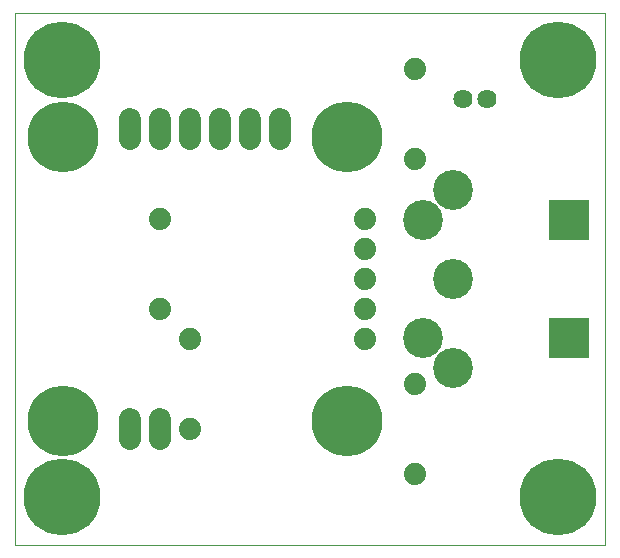
<source format=gts>
G75*
G70*
%OFA0B0*%
%FSLAX24Y24*%
%IPPOS*%
%LPD*%
%AMOC8*
5,1,8,0,0,1.08239X$1,22.5*
%
%ADD10C,0.0000*%
%ADD11C,0.0740*%
%ADD12C,0.1340*%
%ADD13C,0.2362*%
%ADD14C,0.1330*%
%ADD15R,0.1330X0.1330*%
%ADD16C,0.2559*%
%ADD17C,0.0640*%
%ADD18C,0.0740*%
D10*
X000105Y000102D02*
X000105Y017818D01*
X019790Y017818D01*
X019790Y000102D01*
X000105Y000102D01*
X001050Y001677D02*
X001052Y001727D01*
X001058Y001777D01*
X001068Y001826D01*
X001082Y001874D01*
X001099Y001921D01*
X001120Y001966D01*
X001145Y002010D01*
X001173Y002051D01*
X001205Y002090D01*
X001239Y002127D01*
X001276Y002161D01*
X001316Y002191D01*
X001358Y002218D01*
X001402Y002242D01*
X001448Y002263D01*
X001495Y002279D01*
X001543Y002292D01*
X001593Y002301D01*
X001642Y002306D01*
X001693Y002307D01*
X001743Y002304D01*
X001792Y002297D01*
X001841Y002286D01*
X001889Y002271D01*
X001935Y002253D01*
X001980Y002231D01*
X002023Y002205D01*
X002064Y002176D01*
X002103Y002144D01*
X002139Y002109D01*
X002171Y002071D01*
X002201Y002031D01*
X002228Y001988D01*
X002251Y001944D01*
X002270Y001898D01*
X002286Y001850D01*
X002298Y001801D01*
X002306Y001752D01*
X002310Y001702D01*
X002310Y001652D01*
X002306Y001602D01*
X002298Y001553D01*
X002286Y001504D01*
X002270Y001456D01*
X002251Y001410D01*
X002228Y001366D01*
X002201Y001323D01*
X002171Y001283D01*
X002139Y001245D01*
X002103Y001210D01*
X002064Y001178D01*
X002023Y001149D01*
X001980Y001123D01*
X001935Y001101D01*
X001889Y001083D01*
X001841Y001068D01*
X001792Y001057D01*
X001743Y001050D01*
X001693Y001047D01*
X001642Y001048D01*
X001593Y001053D01*
X001543Y001062D01*
X001495Y001075D01*
X001448Y001091D01*
X001402Y001112D01*
X001358Y001136D01*
X001316Y001163D01*
X001276Y001193D01*
X001239Y001227D01*
X001205Y001264D01*
X001173Y001303D01*
X001145Y001344D01*
X001120Y001388D01*
X001099Y001433D01*
X001082Y001480D01*
X001068Y001528D01*
X001058Y001577D01*
X001052Y001627D01*
X001050Y001677D01*
X001093Y004236D02*
X001095Y004286D01*
X001101Y004336D01*
X001111Y004385D01*
X001125Y004433D01*
X001142Y004480D01*
X001163Y004525D01*
X001188Y004569D01*
X001216Y004610D01*
X001248Y004649D01*
X001282Y004686D01*
X001319Y004720D01*
X001359Y004750D01*
X001401Y004777D01*
X001445Y004801D01*
X001491Y004822D01*
X001538Y004838D01*
X001586Y004851D01*
X001636Y004860D01*
X001685Y004865D01*
X001736Y004866D01*
X001786Y004863D01*
X001835Y004856D01*
X001884Y004845D01*
X001932Y004830D01*
X001978Y004812D01*
X002023Y004790D01*
X002066Y004764D01*
X002107Y004735D01*
X002146Y004703D01*
X002182Y004668D01*
X002214Y004630D01*
X002244Y004590D01*
X002271Y004547D01*
X002294Y004503D01*
X002313Y004457D01*
X002329Y004409D01*
X002341Y004360D01*
X002349Y004311D01*
X002353Y004261D01*
X002353Y004211D01*
X002349Y004161D01*
X002341Y004112D01*
X002329Y004063D01*
X002313Y004015D01*
X002294Y003969D01*
X002271Y003925D01*
X002244Y003882D01*
X002214Y003842D01*
X002182Y003804D01*
X002146Y003769D01*
X002107Y003737D01*
X002066Y003708D01*
X002023Y003682D01*
X001978Y003660D01*
X001932Y003642D01*
X001884Y003627D01*
X001835Y003616D01*
X001786Y003609D01*
X001736Y003606D01*
X001685Y003607D01*
X001636Y003612D01*
X001586Y003621D01*
X001538Y003634D01*
X001491Y003650D01*
X001445Y003671D01*
X001401Y003695D01*
X001359Y003722D01*
X001319Y003752D01*
X001282Y003786D01*
X001248Y003823D01*
X001216Y003862D01*
X001188Y003903D01*
X001163Y003947D01*
X001142Y003992D01*
X001125Y004039D01*
X001111Y004087D01*
X001101Y004136D01*
X001095Y004186D01*
X001093Y004236D01*
X010542Y004236D02*
X010544Y004286D01*
X010550Y004336D01*
X010560Y004385D01*
X010574Y004433D01*
X010591Y004480D01*
X010612Y004525D01*
X010637Y004569D01*
X010665Y004610D01*
X010697Y004649D01*
X010731Y004686D01*
X010768Y004720D01*
X010808Y004750D01*
X010850Y004777D01*
X010894Y004801D01*
X010940Y004822D01*
X010987Y004838D01*
X011035Y004851D01*
X011085Y004860D01*
X011134Y004865D01*
X011185Y004866D01*
X011235Y004863D01*
X011284Y004856D01*
X011333Y004845D01*
X011381Y004830D01*
X011427Y004812D01*
X011472Y004790D01*
X011515Y004764D01*
X011556Y004735D01*
X011595Y004703D01*
X011631Y004668D01*
X011663Y004630D01*
X011693Y004590D01*
X011720Y004547D01*
X011743Y004503D01*
X011762Y004457D01*
X011778Y004409D01*
X011790Y004360D01*
X011798Y004311D01*
X011802Y004261D01*
X011802Y004211D01*
X011798Y004161D01*
X011790Y004112D01*
X011778Y004063D01*
X011762Y004015D01*
X011743Y003969D01*
X011720Y003925D01*
X011693Y003882D01*
X011663Y003842D01*
X011631Y003804D01*
X011595Y003769D01*
X011556Y003737D01*
X011515Y003708D01*
X011472Y003682D01*
X011427Y003660D01*
X011381Y003642D01*
X011333Y003627D01*
X011284Y003616D01*
X011235Y003609D01*
X011185Y003606D01*
X011134Y003607D01*
X011085Y003612D01*
X011035Y003621D01*
X010987Y003634D01*
X010940Y003650D01*
X010894Y003671D01*
X010850Y003695D01*
X010808Y003722D01*
X010768Y003752D01*
X010731Y003786D01*
X010697Y003823D01*
X010665Y003862D01*
X010637Y003903D01*
X010612Y003947D01*
X010591Y003992D01*
X010574Y004039D01*
X010560Y004087D01*
X010550Y004136D01*
X010544Y004186D01*
X010542Y004236D01*
X017585Y001677D02*
X017587Y001727D01*
X017593Y001777D01*
X017603Y001826D01*
X017617Y001874D01*
X017634Y001921D01*
X017655Y001966D01*
X017680Y002010D01*
X017708Y002051D01*
X017740Y002090D01*
X017774Y002127D01*
X017811Y002161D01*
X017851Y002191D01*
X017893Y002218D01*
X017937Y002242D01*
X017983Y002263D01*
X018030Y002279D01*
X018078Y002292D01*
X018128Y002301D01*
X018177Y002306D01*
X018228Y002307D01*
X018278Y002304D01*
X018327Y002297D01*
X018376Y002286D01*
X018424Y002271D01*
X018470Y002253D01*
X018515Y002231D01*
X018558Y002205D01*
X018599Y002176D01*
X018638Y002144D01*
X018674Y002109D01*
X018706Y002071D01*
X018736Y002031D01*
X018763Y001988D01*
X018786Y001944D01*
X018805Y001898D01*
X018821Y001850D01*
X018833Y001801D01*
X018841Y001752D01*
X018845Y001702D01*
X018845Y001652D01*
X018841Y001602D01*
X018833Y001553D01*
X018821Y001504D01*
X018805Y001456D01*
X018786Y001410D01*
X018763Y001366D01*
X018736Y001323D01*
X018706Y001283D01*
X018674Y001245D01*
X018638Y001210D01*
X018599Y001178D01*
X018558Y001149D01*
X018515Y001123D01*
X018470Y001101D01*
X018424Y001083D01*
X018376Y001068D01*
X018327Y001057D01*
X018278Y001050D01*
X018228Y001047D01*
X018177Y001048D01*
X018128Y001053D01*
X018078Y001062D01*
X018030Y001075D01*
X017983Y001091D01*
X017937Y001112D01*
X017893Y001136D01*
X017851Y001163D01*
X017811Y001193D01*
X017774Y001227D01*
X017740Y001264D01*
X017708Y001303D01*
X017680Y001344D01*
X017655Y001388D01*
X017634Y001433D01*
X017617Y001480D01*
X017603Y001528D01*
X017593Y001577D01*
X017587Y001627D01*
X017585Y001677D01*
X010542Y013684D02*
X010544Y013734D01*
X010550Y013784D01*
X010560Y013833D01*
X010574Y013881D01*
X010591Y013928D01*
X010612Y013973D01*
X010637Y014017D01*
X010665Y014058D01*
X010697Y014097D01*
X010731Y014134D01*
X010768Y014168D01*
X010808Y014198D01*
X010850Y014225D01*
X010894Y014249D01*
X010940Y014270D01*
X010987Y014286D01*
X011035Y014299D01*
X011085Y014308D01*
X011134Y014313D01*
X011185Y014314D01*
X011235Y014311D01*
X011284Y014304D01*
X011333Y014293D01*
X011381Y014278D01*
X011427Y014260D01*
X011472Y014238D01*
X011515Y014212D01*
X011556Y014183D01*
X011595Y014151D01*
X011631Y014116D01*
X011663Y014078D01*
X011693Y014038D01*
X011720Y013995D01*
X011743Y013951D01*
X011762Y013905D01*
X011778Y013857D01*
X011790Y013808D01*
X011798Y013759D01*
X011802Y013709D01*
X011802Y013659D01*
X011798Y013609D01*
X011790Y013560D01*
X011778Y013511D01*
X011762Y013463D01*
X011743Y013417D01*
X011720Y013373D01*
X011693Y013330D01*
X011663Y013290D01*
X011631Y013252D01*
X011595Y013217D01*
X011556Y013185D01*
X011515Y013156D01*
X011472Y013130D01*
X011427Y013108D01*
X011381Y013090D01*
X011333Y013075D01*
X011284Y013064D01*
X011235Y013057D01*
X011185Y013054D01*
X011134Y013055D01*
X011085Y013060D01*
X011035Y013069D01*
X010987Y013082D01*
X010940Y013098D01*
X010894Y013119D01*
X010850Y013143D01*
X010808Y013170D01*
X010768Y013200D01*
X010731Y013234D01*
X010697Y013271D01*
X010665Y013310D01*
X010637Y013351D01*
X010612Y013395D01*
X010591Y013440D01*
X010574Y013487D01*
X010560Y013535D01*
X010550Y013584D01*
X010544Y013634D01*
X010542Y013684D01*
X017585Y016243D02*
X017587Y016293D01*
X017593Y016343D01*
X017603Y016392D01*
X017617Y016440D01*
X017634Y016487D01*
X017655Y016532D01*
X017680Y016576D01*
X017708Y016617D01*
X017740Y016656D01*
X017774Y016693D01*
X017811Y016727D01*
X017851Y016757D01*
X017893Y016784D01*
X017937Y016808D01*
X017983Y016829D01*
X018030Y016845D01*
X018078Y016858D01*
X018128Y016867D01*
X018177Y016872D01*
X018228Y016873D01*
X018278Y016870D01*
X018327Y016863D01*
X018376Y016852D01*
X018424Y016837D01*
X018470Y016819D01*
X018515Y016797D01*
X018558Y016771D01*
X018599Y016742D01*
X018638Y016710D01*
X018674Y016675D01*
X018706Y016637D01*
X018736Y016597D01*
X018763Y016554D01*
X018786Y016510D01*
X018805Y016464D01*
X018821Y016416D01*
X018833Y016367D01*
X018841Y016318D01*
X018845Y016268D01*
X018845Y016218D01*
X018841Y016168D01*
X018833Y016119D01*
X018821Y016070D01*
X018805Y016022D01*
X018786Y015976D01*
X018763Y015932D01*
X018736Y015889D01*
X018706Y015849D01*
X018674Y015811D01*
X018638Y015776D01*
X018599Y015744D01*
X018558Y015715D01*
X018515Y015689D01*
X018470Y015667D01*
X018424Y015649D01*
X018376Y015634D01*
X018327Y015623D01*
X018278Y015616D01*
X018228Y015613D01*
X018177Y015614D01*
X018128Y015619D01*
X018078Y015628D01*
X018030Y015641D01*
X017983Y015657D01*
X017937Y015678D01*
X017893Y015702D01*
X017851Y015729D01*
X017811Y015759D01*
X017774Y015793D01*
X017740Y015830D01*
X017708Y015869D01*
X017680Y015910D01*
X017655Y015954D01*
X017634Y015999D01*
X017617Y016046D01*
X017603Y016094D01*
X017593Y016143D01*
X017587Y016193D01*
X017585Y016243D01*
X001050Y016243D02*
X001052Y016293D01*
X001058Y016343D01*
X001068Y016392D01*
X001082Y016440D01*
X001099Y016487D01*
X001120Y016532D01*
X001145Y016576D01*
X001173Y016617D01*
X001205Y016656D01*
X001239Y016693D01*
X001276Y016727D01*
X001316Y016757D01*
X001358Y016784D01*
X001402Y016808D01*
X001448Y016829D01*
X001495Y016845D01*
X001543Y016858D01*
X001593Y016867D01*
X001642Y016872D01*
X001693Y016873D01*
X001743Y016870D01*
X001792Y016863D01*
X001841Y016852D01*
X001889Y016837D01*
X001935Y016819D01*
X001980Y016797D01*
X002023Y016771D01*
X002064Y016742D01*
X002103Y016710D01*
X002139Y016675D01*
X002171Y016637D01*
X002201Y016597D01*
X002228Y016554D01*
X002251Y016510D01*
X002270Y016464D01*
X002286Y016416D01*
X002298Y016367D01*
X002306Y016318D01*
X002310Y016268D01*
X002310Y016218D01*
X002306Y016168D01*
X002298Y016119D01*
X002286Y016070D01*
X002270Y016022D01*
X002251Y015976D01*
X002228Y015932D01*
X002201Y015889D01*
X002171Y015849D01*
X002139Y015811D01*
X002103Y015776D01*
X002064Y015744D01*
X002023Y015715D01*
X001980Y015689D01*
X001935Y015667D01*
X001889Y015649D01*
X001841Y015634D01*
X001792Y015623D01*
X001743Y015616D01*
X001693Y015613D01*
X001642Y015614D01*
X001593Y015619D01*
X001543Y015628D01*
X001495Y015641D01*
X001448Y015657D01*
X001402Y015678D01*
X001358Y015702D01*
X001316Y015729D01*
X001276Y015759D01*
X001239Y015793D01*
X001205Y015830D01*
X001173Y015869D01*
X001145Y015910D01*
X001120Y015954D01*
X001099Y015999D01*
X001082Y016046D01*
X001068Y016094D01*
X001058Y016143D01*
X001052Y016193D01*
X001050Y016243D01*
X001093Y013684D02*
X001095Y013734D01*
X001101Y013784D01*
X001111Y013833D01*
X001125Y013881D01*
X001142Y013928D01*
X001163Y013973D01*
X001188Y014017D01*
X001216Y014058D01*
X001248Y014097D01*
X001282Y014134D01*
X001319Y014168D01*
X001359Y014198D01*
X001401Y014225D01*
X001445Y014249D01*
X001491Y014270D01*
X001538Y014286D01*
X001586Y014299D01*
X001636Y014308D01*
X001685Y014313D01*
X001736Y014314D01*
X001786Y014311D01*
X001835Y014304D01*
X001884Y014293D01*
X001932Y014278D01*
X001978Y014260D01*
X002023Y014238D01*
X002066Y014212D01*
X002107Y014183D01*
X002146Y014151D01*
X002182Y014116D01*
X002214Y014078D01*
X002244Y014038D01*
X002271Y013995D01*
X002294Y013951D01*
X002313Y013905D01*
X002329Y013857D01*
X002341Y013808D01*
X002349Y013759D01*
X002353Y013709D01*
X002353Y013659D01*
X002349Y013609D01*
X002341Y013560D01*
X002329Y013511D01*
X002313Y013463D01*
X002294Y013417D01*
X002271Y013373D01*
X002244Y013330D01*
X002214Y013290D01*
X002182Y013252D01*
X002146Y013217D01*
X002107Y013185D01*
X002066Y013156D01*
X002023Y013130D01*
X001978Y013108D01*
X001932Y013090D01*
X001884Y013075D01*
X001835Y013064D01*
X001786Y013057D01*
X001736Y013054D01*
X001685Y013055D01*
X001636Y013060D01*
X001586Y013069D01*
X001538Y013082D01*
X001491Y013098D01*
X001445Y013119D01*
X001401Y013143D01*
X001359Y013170D01*
X001319Y013200D01*
X001282Y013234D01*
X001248Y013271D01*
X001216Y013310D01*
X001188Y013351D01*
X001163Y013395D01*
X001142Y013440D01*
X001125Y013487D01*
X001111Y013535D01*
X001101Y013584D01*
X001095Y013634D01*
X001093Y013684D01*
D11*
X004948Y010960D03*
X004948Y007960D03*
X005948Y006960D03*
X005948Y003960D03*
X011763Y006960D03*
X011763Y007960D03*
X011763Y008960D03*
X011763Y009960D03*
X011763Y010960D03*
X013448Y012960D03*
X013448Y015960D03*
X013448Y005460D03*
X013448Y002460D03*
D12*
X011172Y004236D03*
X018215Y001677D03*
X011172Y013684D03*
X018215Y016243D03*
X001680Y016243D03*
X001723Y013684D03*
X001723Y004236D03*
X001680Y001677D03*
D13*
X001723Y004236D03*
X011172Y004236D03*
X011172Y013684D03*
X001723Y013684D03*
D14*
X013713Y010929D03*
X014698Y011913D03*
X014698Y008960D03*
X013713Y006991D03*
X014698Y006007D03*
D15*
X018595Y006991D03*
X018595Y010929D03*
D16*
X018215Y016243D03*
X018215Y001677D03*
X001680Y001677D03*
X001680Y016243D03*
D17*
X015054Y014960D03*
X015841Y014960D03*
D18*
X008948Y014290D02*
X008948Y013630D01*
X007948Y013630D02*
X007948Y014290D01*
X006948Y014290D02*
X006948Y013630D01*
X005948Y013630D02*
X005948Y014290D01*
X004948Y014290D02*
X004948Y013630D01*
X003948Y013630D02*
X003948Y014290D01*
X003948Y004290D02*
X003948Y003630D01*
X004948Y003630D02*
X004948Y004290D01*
M02*

</source>
